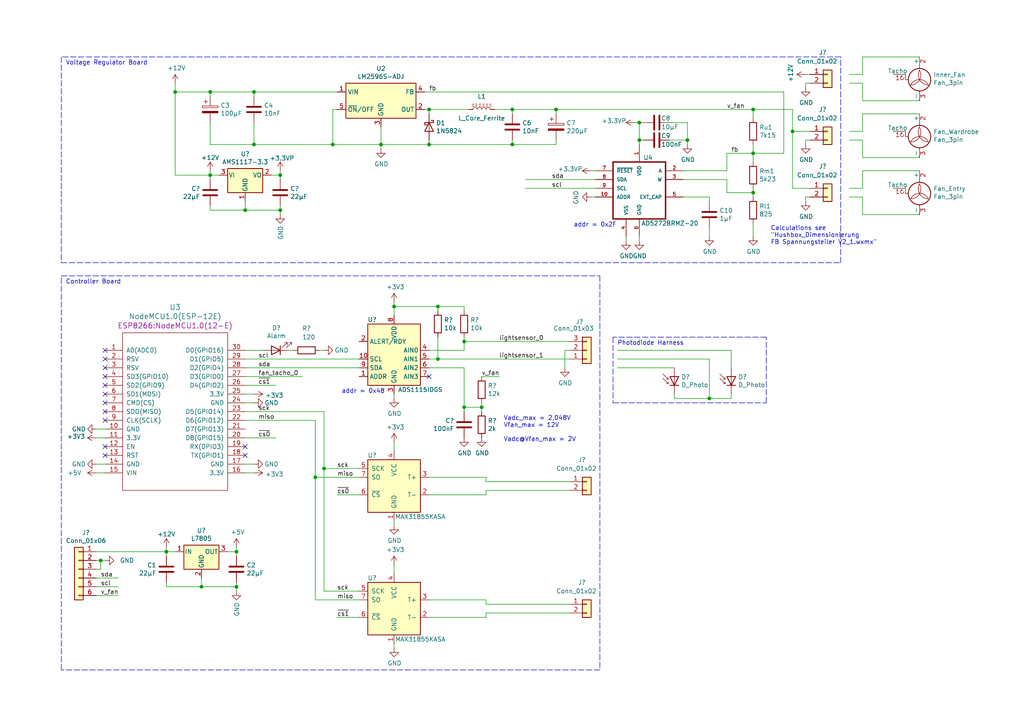
<source format=kicad_sch>
(kicad_sch (version 20211123) (generator eeschema)
  (paper "A4")
  (title_block (title "Temperatursensor für Hushbox") (rev "rev 0") (company "Gras7 Labs"))
  (lib_symbols
    (symbol "AD5272BRMZ-20:AD5272BRMZ-20" (pin_names (offset 1.016))
      (property "Reference" "U" (at -6.35 8.89 0))
      (property "Value" "AD5272BRMZ-20_AD5272BRMZ-20" (at 2.54 -11.43 0))
      (symbol "AD5272BRMZ-20_0_0"
        (polyline (pts (xy -6.35 -8.89) (xy 8.89 -8.89)) (stroke (width 0.4064)))
        (polyline (pts (xy -6.35 7.62) (xy -6.35 -8.89)) (stroke (width 0.4064)))
        (polyline (pts (xy 8.89 -8.89) (xy 8.89 7.62)) (stroke (width 0.4064)))
        (polyline (pts (xy 8.89 7.62) (xy -6.35 7.62)) (stroke (width 0.4064)))
        (pin power_in line (at 1.27 12.7 270) (length 5.08) (name "VDD") (number "1"))
        (pin input line (at -11.43 -2.54 0) (length 5.08) (name "ADDR") (number "10"))
        (pin passive line (at 13.97 5.08 180) (length 5.08) (name "A") (number "2"))
        (pin passive line (at 13.97 2.54 180) (length 5.08) (name "W") (number "3"))
        (pin power_in line (at -2.54 -13.97 90) (length 5.08) (name "VSS") (number "4"))
        (pin input line (at 13.97 -2.54 180) (length 5.08) (name "EXT_CAP") (number "5"))
        (pin passive line (at 1.27 -13.97 90) (length 5.08) (name "GND") (number "6"))
        (pin passive line (at -11.43 5.08 0) (length 5.08) (name "~{RESET}") (number "7"))
        (pin bidirectional line (at -11.43 2.54 0) (length 5.08) (name "SDA") (number "8"))
        (pin input line (at -11.43 0 0) (length 5.08) (name "SCL") (number "9"))
      )
    )
    (symbol "Analog_ADC:ADS1115IDGS"
      (property "Reference" "U" (at 2.54 13.97 0))
      (property "Value" "ADS1115IDGS" (at 7.62 11.43 0))
      (symbol "ADS1115IDGS_0_1"
        (rectangle (start -7.62 10.16) (end 7.62 -7.62) (stroke (width 0.254)) (fill (type background)))
      )
      (symbol "ADS1115IDGS_1_1"
        (pin input line (at 10.16 -5.08 180) (length 2.54) (name "ADDR") (number "1"))
        (pin input line (at 10.16 0 180) (length 2.54) (name "SCL") (number "10"))
        (pin output line (at 10.16 5.08 180) (length 2.54) (name "ALERT/RDY") (number "2"))
        (pin power_in line (at 0 -10.16 90) (length 2.54) (name "GND") (number "3"))
        (pin input line (at -10.16 2.54 0) (length 2.54) (name "AIN0") (number "4"))
        (pin input line (at -10.16 0 0) (length 2.54) (name "AIN1") (number "5"))
        (pin input line (at -10.16 -2.54 0) (length 2.54) (name "AIN2") (number "6"))
        (pin input line (at -10.16 -5.08 0) (length 2.54) (name "AIN3") (number "7"))
        (pin power_in line (at 0 12.7 270) (length 2.54) (name "VDD") (number "8"))
        (pin bidirectional line (at 10.16 -2.54 180) (length 2.54) (name "SDA") (number "9"))
      )
    )
    (symbol "Connector_Generic:Conn_01x02" (pin_names (offset 1.016) hide)
      (property "Reference" "J" (at 0 2.54 0))
      (property "Value" "Conn_01x02" (at 0 -5.08 0))
      (symbol "Conn_01x02_1_1"
        (rectangle (start -1.27 -2.413) (end 0 -2.667) (stroke (width 0.1524)))
        (rectangle (start -1.27 0.127) (end 0 -0.127) (stroke (width 0.1524)))
        (rectangle (start -1.27 1.27) (end 1.27 -3.81) (stroke (width 0.254)) (fill (type background)))
        (pin passive line (at -5.08 0 0) (length 3.81) (name "Pin_1") (number "1"))
        (pin passive line (at -5.08 -2.54 0) (length 3.81) (name "Pin_2") (number "2"))
      )
    )
    (symbol "Connector_Generic:Conn_01x03" (pin_names (offset 1.016) hide)
      (property "Reference" "J" (at 0 5.08 0))
      (property "Value" "Conn_01x03" (at 0 -5.08 0))
      (symbol "Conn_01x03_1_1"
        (rectangle (start -1.27 -2.413) (end 0 -2.667) (stroke (width 0.1524)))
        (rectangle (start -1.27 0.127) (end 0 -0.127) (stroke (width 0.1524)))
        (rectangle (start -1.27 2.667) (end 0 2.413) (stroke (width 0.1524)))
        (rectangle (start -1.27 3.81) (end 1.27 -3.81) (stroke (width 0.254)) (fill (type background)))
        (pin passive line (at -5.08 2.54 0) (length 3.81) (name "Pin_1") (number "1"))
        (pin passive line (at -5.08 0 0) (length 3.81) (name "Pin_2") (number "2"))
        (pin passive line (at -5.08 -2.54 0) (length 3.81) (name "Pin_3") (number "3"))
      )
    )
    (symbol "Connector_Generic:Conn_01x06" (pin_names (offset 1.016) hide)
      (property "Reference" "J" (at 0 7.62 0))
      (property "Value" "Conn_01x06" (at 0 -10.16 0))
      (symbol "Conn_01x06_1_1"
        (rectangle (start -1.27 -7.493) (end 0 -7.747) (stroke (width 0.1524)))
        (rectangle (start -1.27 -4.953) (end 0 -5.207) (stroke (width 0.1524)))
        (rectangle (start -1.27 -2.413) (end 0 -2.667) (stroke (width 0.1524)))
        (rectangle (start -1.27 0.127) (end 0 -0.127) (stroke (width 0.1524)))
        (rectangle (start -1.27 2.667) (end 0 2.413) (stroke (width 0.1524)))
        (rectangle (start -1.27 5.207) (end 0 4.953) (stroke (width 0.1524)))
        (rectangle (start -1.27 6.35) (end 1.27 -8.89) (stroke (width 0.254)) (fill (type background)))
        (pin passive line (at -5.08 5.08 0) (length 3.81) (name "Pin_1") (number "1"))
        (pin passive line (at -5.08 2.54 0) (length 3.81) (name "Pin_2") (number "2"))
        (pin passive line (at -5.08 0 0) (length 3.81) (name "Pin_3") (number "3"))
        (pin passive line (at -5.08 -2.54 0) (length 3.81) (name "Pin_4") (number "4"))
        (pin passive line (at -5.08 -5.08 0) (length 3.81) (name "Pin_5") (number "5"))
        (pin passive line (at -5.08 -7.62 0) (length 3.81) (name "Pin_6") (number "6"))
      )
    )
    (symbol "Device:C" (pin_numbers hide) (pin_names (offset 0.254))
      (property "Reference" "C" (at 0.635 2.54 0))
      (property "Value" "C" (at 0.635 -2.54 0))
      (symbol "C_0_1"
        (polyline (pts (xy -2.032 -0.762) (xy 2.032 -0.762)) (stroke (width 0.508)))
        (polyline (pts (xy -2.032 0.762) (xy 2.032 0.762)) (stroke (width 0.508)))
      )
      (symbol "C_1_1"
        (pin passive line (at 0 3.81 270) (length 2.794) (name "~") (number "1"))
        (pin passive line (at 0 -3.81 90) (length 2.794) (name "~") (number "2"))
      )
    )
    (symbol "Device:CP" (pin_numbers hide) (pin_names (offset 0.254))
      (property "Reference" "C" (at 0.635 2.54 0))
      (property "Value" "Device_CP" (at 0.635 -2.54 0))
      (symbol "CP_0_1"
        (rectangle (start -2.286 0.508) (end 2.286 1.016))
        (polyline (pts (xy -1.778 2.286) (xy -0.762 2.286)))
        (polyline (pts (xy -1.27 2.794) (xy -1.27 1.778)))
        (rectangle (start 2.286 -0.508) (end -2.286 -1.016) (fill (type outline)))
      )
      (symbol "CP_1_1"
        (pin passive line (at 0 3.81 270) (length 2.794) (name "~") (number "1"))
        (pin passive line (at 0 -3.81 90) (length 2.794) (name "~") (number "2"))
      )
    )
    (symbol "Device:D_Photo" (pin_numbers hide) (pin_names hide)
      (property "Reference" "D" (at 0.508 1.778 0))
      (property "Value" "D_Photo" (at -1.016 -2.794 0))
      (symbol "D_Photo_0_1"
        (polyline (pts (xy -2.54 1.27) (xy -2.54 -1.27)) (stroke (width 0.254)))
        (polyline (pts (xy -2.032 1.778) (xy -1.524 1.778)))
        (polyline (pts (xy 0 0) (xy -2.54 0)))
        (polyline (pts (xy -0.508 3.302) (xy -2.032 1.778) (xy -2.032 2.286)))
        (polyline (pts (xy 0 -1.27) (xy 0 1.27) (xy -2.54 0) (xy 0 -1.27)) (stroke (width 0.254)))
        (polyline (pts (xy 0.762 3.302) (xy -0.762 1.778) (xy -0.762 2.286) (xy -0.762 1.778) (xy -0.254 1.778)))
      )
      (symbol "D_Photo_1_1"
        (pin passive line (at -5.08 0 0) (length 2.54) (name "K") (number "1"))
        (pin passive line (at 2.54 0 180) (length 2.54) (name "A") (number "2"))
      )
    )
    (symbol "Device:D_Schottky" (pin_numbers hide) (pin_names (offset 1.016) hide)
      (property "Reference" "D" (at 0 2.54 0))
      (property "Value" "D_Schottky" (at 0 -2.54 0))
      (symbol "D_Schottky_0_1"
        (polyline (pts (xy 1.27 0) (xy -1.27 0)))
        (polyline (pts (xy 1.27 1.27) (xy 1.27 -1.27) (xy -1.27 0) (xy 1.27 1.27)) (stroke (width 0.254)))
        (polyline (pts (xy -1.905 0.635) (xy -1.905 1.27) (xy -1.27 1.27) (xy -1.27 -1.27) (xy -0.635 -1.27) (xy -0.635 -0.635)) (stroke (width 0.254)))
      )
      (symbol "D_Schottky_1_1"
        (pin passive line (at -3.81 0 0) (length 2.54) (name "K") (number "1"))
        (pin passive line (at 3.81 0 180) (length 2.54) (name "A") (number "2"))
      )
    )
    (symbol "Device:LED" (pin_numbers hide) (pin_names (offset 1.016) hide)
      (property "Reference" "D" (at 0 2.54 0))
      (property "Value" "LED" (at 0 -2.54 0))
      (symbol "LED_0_1"
        (polyline (pts (xy -1.27 -1.27) (xy -1.27 1.27)) (stroke (width 0.254)))
        (polyline (pts (xy -1.27 0) (xy 1.27 0)))
        (polyline (pts (xy 1.27 -1.27) (xy 1.27 1.27) (xy -1.27 0) (xy 1.27 -1.27)) (stroke (width 0.254)))
        (polyline (pts (xy -3.048 -0.762) (xy -4.572 -2.286) (xy -3.81 -2.286) (xy -4.572 -2.286) (xy -4.572 -1.524)))
        (polyline (pts (xy -1.778 -0.762) (xy -3.302 -2.286) (xy -2.54 -2.286) (xy -3.302 -2.286) (xy -3.302 -1.524)))
      )
      (symbol "LED_1_1"
        (pin passive line (at -3.81 0 0) (length 2.54) (name "K") (number "1"))
        (pin passive line (at 3.81 0 180) (length 2.54) (name "A") (number "2"))
      )
    )
    (symbol "Device:L_Core_Ferrite" (pin_numbers hide) (pin_names (offset 1.016) hide)
      (property "Reference" "L" (at -1.27 0 90))
      (property "Value" "Device_L_Core_Ferrite" (at 2.794 0 90))
      (symbol "L_Core_Ferrite_0_1"
        (arc (start 0 -2.54) (mid 0.635 -1.905) (end 0 -1.27))
        (arc (start 0 -1.27) (mid 0.635 -0.635) (end 0 0))
        (polyline (pts (xy 1.016 -2.794) (xy 1.016 -2.286)))
        (polyline (pts (xy 1.016 -1.778) (xy 1.016 -1.27)))
        (polyline (pts (xy 1.016 -0.762) (xy 1.016 -0.254)))
        (polyline (pts (xy 1.016 0.254) (xy 1.016 0.762)))
        (polyline (pts (xy 1.016 1.27) (xy 1.016 1.778)))
        (polyline (pts (xy 1.016 2.286) (xy 1.016 2.794)))
        (polyline (pts (xy 1.524 -2.286) (xy 1.524 -2.794)))
        (polyline (pts (xy 1.524 -1.27) (xy 1.524 -1.778)))
        (polyline (pts (xy 1.524 -0.254) (xy 1.524 -0.762)))
        (polyline (pts (xy 1.524 0.762) (xy 1.524 0.254)))
        (polyline (pts (xy 1.524 1.778) (xy 1.524 1.27)))
        (polyline (pts (xy 1.524 2.794) (xy 1.524 2.286)))
        (arc (start 0 0) (mid 0.635 0.635) (end 0 1.27))
        (arc (start 0 1.27) (mid 0.635 1.905) (end 0 2.54))
      )
      (symbol "L_Core_Ferrite_1_1"
        (pin passive line (at 0 3.81 270) (length 1.27) (name "1") (number "1"))
        (pin passive line (at 0 -3.81 90) (length 1.27) (name "2") (number "2"))
      )
    )
    (symbol "Device:R" (pin_numbers hide) (pin_names (offset 0))
      (property "Reference" "R" (at 2.032 0 90))
      (property "Value" "R" (at 0 0 90))
      (symbol "R_0_1"
        (rectangle (start -1.016 -2.54) (end 1.016 2.54) (stroke (width 0.254)))
      )
      (symbol "R_1_1"
        (pin passive line (at 0 3.81 270) (length 1.27) (name "~") (number "1"))
        (pin passive line (at 0 -3.81 90) (length 1.27) (name "~") (number "2"))
      )
    )
    (symbol "ESP8266:NodeMCU1.0(ESP-12E)" (pin_names (offset 1.016))
      (property "Reference" "U" (at 0 21.59 0))
      (property "Value" "NodeMCU1.0(ESP-12E)" (at 0 -21.59 0))
      (symbol "NodeMCU1.0(ESP-12E)_0_1"
        (rectangle (start -15.24 -22.86) (end 15.24 22.86))
      )
      (symbol "NodeMCU1.0(ESP-12E)_1_1"
        (pin input line (at -20.32 17.78 0) (length 5.08) (name "A0(ADC0)") (number "1"))
        (pin input line (at -20.32 -5.08 0) (length 5.08) (name "GND") (number "10"))
        (pin input line (at -20.32 -7.62 0) (length 5.08) (name "3.3V") (number "11"))
        (pin input line (at -20.32 -10.16 0) (length 5.08) (name "EN") (number "12"))
        (pin input line (at -20.32 -12.7 0) (length 5.08) (name "RST") (number "13"))
        (pin input line (at -20.32 -15.24 0) (length 5.08) (name "GND") (number "14"))
        (pin input line (at -20.32 -17.78 0) (length 5.08) (name "VIN") (number "15"))
        (pin input line (at 20.32 -17.78 180) (length 5.08) (name "3.3V") (number "16"))
        (pin input line (at 20.32 -15.24 180) (length 5.08) (name "GND") (number "17"))
        (pin input line (at 20.32 -12.7 180) (length 5.08) (name "TX(GPIO1)") (number "18"))
        (pin input line (at 20.32 -10.16 180) (length 5.08) (name "RX(DPIO3)") (number "19"))
        (pin input line (at -20.32 15.24 0) (length 5.08) (name "RSV") (number "2"))
        (pin input line (at 20.32 -7.62 180) (length 5.08) (name "D8(GPIO15)") (number "20"))
        (pin input line (at 20.32 -5.08 180) (length 5.08) (name "D7(GPIO13)") (number "21"))
        (pin input line (at 20.32 -2.54 180) (length 5.08) (name "D6(GPIO12)") (number "22"))
        (pin input line (at 20.32 0 180) (length 5.08) (name "D5(GPIO14)") (number "23"))
        (pin input line (at 20.32 2.54 180) (length 5.08) (name "GND") (number "24"))
        (pin input line (at 20.32 5.08 180) (length 5.08) (name "3.3V") (number "25"))
        (pin input line (at 20.32 7.62 180) (length 5.08) (name "D4(GPIO2)") (number "26"))
        (pin input line (at 20.32 10.16 180) (length 5.08) (name "D3(GPIO0)") (number "27"))
        (pin input line (at 20.32 12.7 180) (length 5.08) (name "D2(GPIO4)") (number "28"))
        (pin input line (at 20.32 15.24 180) (length 5.08) (name "D1(GPIO5)") (number "29"))
        (pin input line (at -20.32 12.7 0) (length 5.08) (name "RSV") (number "3"))
        (pin input line (at 20.32 17.78 180) (length 5.08) (name "D0(GPIO16)") (number "30"))
        (pin input line (at -20.32 10.16 0) (length 5.08) (name "SD3(GPIO10)") (number "4"))
        (pin input line (at -20.32 7.62 0) (length 5.08) (name "SD2(GPIO9)") (number "5"))
        (pin input line (at -20.32 5.08 0) (length 5.08) (name "SD1(MOSI)") (number "6"))
        (pin input line (at -20.32 2.54 0) (length 5.08) (name "CMD(CS)") (number "7"))
        (pin input line (at -20.32 0 0) (length 5.08) (name "SDO(MISO)") (number "8"))
        (pin input line (at -20.32 -2.54 0) (length 5.08) (name "CLK(SCLK)") (number "9"))
      )
    )
    (symbol "Motor:Fan_3pin" (pin_names (offset 0))
      (property "Reference" "M" (at 2.54 2.54 0))
      (property "Value" "Fan_3pin" (at 2.54 -5.08 0))
      (symbol "Fan_3pin_0_0"
        (arc (start -5.588 -1.016) (mid -5.08 -1.524) (end -4.572 -1.016))
        (arc (start -5.08 -0.508) (mid -5.4392 -0.6568) (end -5.588 -1.016))
        (polyline (pts (xy -5.08 -0.508) (xy -5.334 -0.381)))
        (polyline (pts (xy -5.08 -0.508) (xy -5.207 -0.762)))
        (polyline (pts (xy -4.064 0) (xy -4.064 -1.524) (xy -3.302 -1.524)))
      )
      (symbol "Fan_3pin_0_1"
        (arc (start -2.54 -3.048) (mid 0.0028 -1.6279) (end 0 1.27))
        (circle (center 0 -1.524) (radius 3.2512) (stroke (width 0.254)))
        (polyline (pts (xy -4.064 0) (xy -5.08 0)))
        (polyline (pts (xy 0 -7.62) (xy 0 -7.112)))
        (polyline (pts (xy 0 -4.7752) (xy 0 -5.1816)))
        (polyline (pts (xy 0 1.7272) (xy 0 2.0828)))
        (polyline (pts (xy 0 2.032) (xy 0 2.54)))
        (arc (start 0 1.27) (mid 0.053 -1.619) (end 2.54 -3.048))
        (arc (start 2.54 -3.048) (mid 0 -1.4782) (end -2.54 -3.048))
      )
      (symbol "Fan_3pin_1_1"
        (pin passive line (at -7.62 0 0) (length 2.54) (name "Tacho") (number "1"))
        (pin passive line (at 0 5.08 270) (length 2.54) (name "+") (number "2"))
        (pin passive line (at 0 -7.62 90) (length 2.54) (name "-") (number "3"))
      )
    )
    (symbol "Regulator_Linear:AMS1117-3.3" (pin_names (offset 0.254))
      (property "Reference" "U" (at -3.81 3.175 0))
      (property "Value" "AMS1117-3.3" (at 0 3.175 0))
      (symbol "AMS1117-3.3_0_1"
        (rectangle (start -5.08 -5.08) (end 5.08 1.905) (stroke (width 0.254)) (fill (type background)))
      )
      (symbol "AMS1117-3.3_1_1"
        (pin power_in line (at 0 -7.62 90) (length 2.54) (name "GND") (number "1"))
        (pin power_out line (at 7.62 0 180) (length 2.54) (name "VO") (number "2"))
        (pin power_in line (at -7.62 0 0) (length 2.54) (name "VI") (number "3"))
      )
    )
    (symbol "Regulator_Linear:L7805" (pin_names (offset 0.254))
      (property "Reference" "U" (at -3.81 3.175 0))
      (property "Value" "L7805" (at 0 3.175 0))
      (symbol "L7805_0_1"
        (rectangle (start -5.08 1.905) (end 5.08 -5.08) (stroke (width 0.254)) (fill (type background)))
      )
      (symbol "L7805_1_1"
        (pin power_in line (at -7.62 0 0) (length 2.54) (name "IN") (number "1"))
        (pin power_in line (at 0 -7.62 90) (length 2.54) (name "GND") (number "2"))
        (pin power_out line (at 7.62 0 180) (length 2.54) (name "OUT") (number "3"))
      )
    )
    (symbol "Regulator_Switching:LM2596S-ADJ"
      (property "Reference" "U" (at -10.16 6.35 0))
      (property "Value" "LM2596S-ADJ" (at 0 6.35 0))
      (symbol "LM2596S-ADJ_0_1"
        (rectangle (start -10.16 5.08) (end 10.16 -5.08) (stroke (width 0.254)) (fill (type background)))
      )
      (symbol "LM2596S-ADJ_1_1"
        (pin power_in line (at -12.7 2.54 0) (length 2.54) (name "VIN") (number "1"))
        (pin output line (at 12.7 -2.54 180) (length 2.54) (name "OUT") (number "2"))
        (pin power_in line (at 0 -7.62 90) (length 2.54) (name "GND") (number "3"))
        (pin input line (at 12.7 2.54 180) (length 2.54) (name "FB") (number "4"))
        (pin input line (at -12.7 -2.54 0) (length 2.54) (name "~{ON}/OFF") (number "5"))
      )
    )
    (symbol "Sensor_Temperature:MAX31855KASA" (pin_names (offset 1.016))
      (property "Reference" "U" (at -7.62 8.89 0))
      (property "Value" "MAX31855KASA" (at 1.27 8.89 0))
      (symbol "MAX31855KASA_0_1"
        (rectangle (start -7.62 7.62) (end 7.62 -7.62) (stroke (width 0.254)) (fill (type background)))
      )
      (symbol "MAX31855KASA_1_1"
        (pin power_in line (at 0 -10.16 90) (length 2.54) (name "GND") (number "1"))
        (pin passive line (at -10.16 -2.54 0) (length 2.54) (name "T-") (number "2"))
        (pin passive line (at -10.16 2.54 0) (length 2.54) (name "T+") (number "3"))
        (pin power_in line (at 0 10.16 270) (length 2.54) (name "VCC") (number "4"))
        (pin input line (at 10.16 5.08 180) (length 2.54) (name "SCK") (number "5"))
        (pin input line (at 10.16 -2.54 180) (length 2.54) (name "~{CS}") (number "6"))
        (pin tri_state line (at 10.16 2.54 180) (length 2.54) (name "SO") (number "7"))
      )
    )
    (symbol "power:+12V" (power) (pin_names (offset 0))
      (property "Value" "+12V" (at 0 3.556 0))
      (symbol "+12V_0_1"
        (polyline (pts (xy -0.762 1.27) (xy 0 2.54)))
        (polyline (pts (xy 0 0) (xy 0 2.54)))
        (polyline (pts (xy 0 2.54) (xy 0.762 1.27)))
      )
      (symbol "+12V_1_1"
        (pin power_in line (at 0 0 90) (length 0) hide (name "+12V") (number "1"))
      )
    )
    (symbol "power:+3.3VP" (power) (pin_names (offset 0))
      (property "Value" "+3.3VP" (at 0 2.54 0))
      (symbol "+3.3VP_0_0"
        (pin power_in line (at 0 0 90) (length 0) hide (name "+3.3VP") (number "1"))
      )
      (symbol "+3.3VP_0_1"
        (polyline (pts (xy -0.762 1.27) (xy 0 2.54)))
        (polyline (pts (xy 0 0) (xy 0 2.54)))
        (polyline (pts (xy 0 2.54) (xy 0.762 1.27)))
      )
    )
    (symbol "power:+3V3" (power) (pin_names (offset 0))
      (property "Value" "+3V3" (at 0 3.556 0))
      (symbol "+3V3_0_1"
        (polyline (pts (xy -0.762 1.27) (xy 0 2.54)))
        (polyline (pts (xy 0 0) (xy 0 2.54)))
        (polyline (pts (xy 0 2.54) (xy 0.762 1.27)))
      )
      (symbol "+3V3_1_1"
        (pin power_in line (at 0 0 90) (length 0) hide (name "+3V3") (number "1"))
      )
    )
    (symbol "power:+5V" (power) (pin_names (offset 0))
      (property "Value" "+5V" (at 0 3.556 0))
      (symbol "+5V_0_1"
        (polyline (pts (xy -0.762 1.27) (xy 0 2.54)))
        (polyline (pts (xy 0 0) (xy 0 2.54)))
        (polyline (pts (xy 0 2.54) (xy 0.762 1.27)))
      )
      (symbol "+5V_1_1"
        (pin power_in line (at 0 0 90) (length 0) hide (name "+5V") (number "1"))
      )
    )
    (symbol "power:GND" (power) (pin_names (offset 0))
      (property "Value" "GND" (at 0 -3.81 0))
      (symbol "GND_0_1"
        (polyline (pts (xy 0 0) (xy 0 -1.27) (xy 1.27 -1.27) (xy 0 -2.54) (xy -1.27 -1.27) (xy 0 -1.27)))
      )
      (symbol "GND_1_1"
        (pin power_in line (at 0 0 270) (length 0) hide (name "GND") (number "1"))
      )
    )
  )
  (junction (at 29.21 162.56))
  (junction (at 127 104.14))
  (junction (at 68.58 160.02))
  (junction (at 124.46 41.91))
  (junction (at 199.39 40.64))
  (junction (at 127 88.9))
  (junction (at 91.44 138.43))
  (junction (at 73.66 26.67))
  (junction (at 110.49 41.91))
  (junction (at 50.8 26.67))
  (junction (at 60.96 50.8))
  (junction (at 68.58 170.18))
  (junction (at 134.62 118.11))
  (junction (at 81.28 50.8))
  (junction (at 48.26 160.02))
  (junction (at 114.3 88.9))
  (junction (at 71.12 60.96))
  (junction (at 139.7 118.11))
  (junction (at 134.62 99.06))
  (junction (at 73.66 41.91))
  (junction (at 60.96 26.67))
  (junction (at 161.29 31.75))
  (junction (at 93.98 135.89))
  (junction (at 81.28 60.96))
  (junction (at 185.42 40.64))
  (junction (at 148.59 41.91))
  (junction (at 185.42 35.56))
  (junction (at 148.59 31.75))
  (junction (at 124.46 31.75))
  (junction (at 58.42 170.18))
  (junction (at 96.52 41.91))
  (junction (at 229.87 38.1))
  (junction (at 218.44 44.45))
  (junction (at 218.44 31.75))
  (junction (at 218.44 55.88))
  (junction (at 205.74 115.57))
  (no_connect (at 30.48 106.68))
  (no_connect (at 30.48 119.38))
  (no_connect (at 30.48 104.14))
  (no_connect (at 71.12 129.54))
  (no_connect (at 124.46 109.22))
  (no_connect (at 30.48 132.08))
  (no_connect (at 30.48 129.54))
  (no_connect (at 71.12 132.08))
  (no_connect (at 30.48 114.3))
  (no_connect (at 30.48 101.6))
  (no_connect (at 30.48 109.22))
  (no_connect (at 30.48 116.84))
  (no_connect (at 30.48 111.76))
  (no_connect (at 30.48 121.92))
  (polyline (pts (xy 243.84 16.51) (xy 17.78 16.51)))
  (wire (pts (xy 29.21 165.1) (xy 27.94 165.1)))
  (polyline (pts (xy 177.8 116.84) (xy 222.25 116.84)))
  (wire (pts (xy 234.95 21.59) (xy 233.68 21.59)))
  (wire (pts (xy 140.97 142.24) (xy 165.1 142.24)))
  (wire (pts (xy 124.46 173.99) (xy 140.97 173.99)))
  (polyline (pts (xy 17.78 16.51) (xy 17.78 76.2)))
  (wire (pts (xy 50.8 26.67) (xy 60.96 26.67)))
  (wire (pts (xy 212.09 101.6) (xy 212.09 106.68)))
  (wire (pts (xy 181.61 69.85) (xy 181.61 68.58)))
  (wire (pts (xy 229.87 31.75) (xy 218.44 31.75)))
  (wire (pts (xy 250.19 40.64) (xy 246.38 40.64)))
  (wire (pts (xy 30.48 162.56) (xy 29.21 162.56)))
  (wire (pts (xy 134.62 118.11) (xy 134.62 119.38)))
  (wire (pts (xy 60.96 41.91) (xy 60.96 35.56)))
  (wire (pts (xy 250.19 45.72) (xy 250.19 40.64)))
  (wire (pts (xy 50.8 160.02) (xy 48.26 160.02)))
  (polyline (pts (xy 17.78 194.31) (xy 17.78 80.01)))
  (wire (pts (xy 186.69 35.56) (xy 185.42 35.56)))
  (wire (pts (xy 185.42 69.85) (xy 185.42 68.58)))
  (wire (pts (xy 205.74 115.57) (xy 212.09 115.57)))
  (wire (pts (xy 218.44 44.45) (xy 218.44 46.99)))
  (wire (pts (xy 179.07 106.68) (xy 195.58 106.68)))
  (wire (pts (xy 60.96 49.53) (xy 60.96 50.8)))
  (wire (pts (xy 218.44 31.75) (xy 218.44 34.29)))
  (wire (pts (xy 172.72 57.15) (xy 171.45 57.15)))
  (wire (pts (xy 250.19 33.02) (xy 266.7 33.02)))
  (wire (pts (xy 127 97.79) (xy 127 104.14)))
  (wire (pts (xy 68.58 160.02) (xy 68.58 161.29)))
  (wire (pts (xy 250.19 24.13) (xy 246.38 24.13)))
  (wire (pts (xy 140.97 139.7) (xy 165.1 139.7)))
  (wire (pts (xy 199.39 41.91) (xy 199.39 40.64)))
  (wire (pts (xy 185.42 35.56) (xy 184.15 35.56)))
  (wire (pts (xy 218.44 31.75) (xy 161.29 31.75)))
  (wire (pts (xy 60.96 50.8) (xy 60.96 52.07)))
  (wire (pts (xy 91.44 138.43) (xy 91.44 173.99)))
  (wire (pts (xy 198.12 49.53) (xy 210.82 49.53)))
  (wire (pts (xy 71.12 119.38) (xy 93.98 119.38)))
  (wire (pts (xy 60.96 60.96) (xy 60.96 59.69)))
  (wire (pts (xy 233.68 40.64) (xy 233.68 41.91)))
  (wire (pts (xy 123.19 31.75) (xy 124.46 31.75)))
  (wire (pts (xy 234.95 24.13) (xy 233.68 24.13)))
  (wire (pts (xy 58.42 170.18) (xy 48.26 170.18)))
  (wire (pts (xy 134.62 88.9) (xy 134.62 90.17)))
  (polyline (pts (xy 17.78 76.2) (xy 243.84 76.2)))
  (wire (pts (xy 210.82 44.45) (xy 218.44 44.45)))
  (wire (pts (xy 250.19 16.51) (xy 266.7 16.51)))
  (wire (pts (xy 148.59 41.91) (xy 124.46 41.91)))
  (wire (pts (xy 73.66 41.91) (xy 60.96 41.91)))
  (wire (pts (xy 212.09 115.57) (xy 212.09 114.3)))
  (wire (pts (xy 134.62 118.11) (xy 134.62 106.68)))
  (wire (pts (xy 229.87 38.1) (xy 229.87 54.61)))
  (wire (pts (xy 161.29 31.75) (xy 161.29 33.02)))
  (wire (pts (xy 161.29 40.64) (xy 161.29 41.91)))
  (wire (pts (xy 114.3 128.27) (xy 114.3 130.81)))
  (wire (pts (xy 114.3 152.4) (xy 114.3 151.13)))
  (wire (pts (xy 198.12 57.15) (xy 205.74 57.15)))
  (wire (pts (xy 148.59 31.75) (xy 161.29 31.75)))
  (wire (pts (xy 73.66 27.94) (xy 73.66 26.67)))
  (wire (pts (xy 114.3 115.57) (xy 114.3 114.3)))
  (wire (pts (xy 134.62 101.6) (xy 134.62 99.06)))
  (wire (pts (xy 91.44 173.99) (xy 104.14 173.99)))
  (wire (pts (xy 93.98 135.89) (xy 93.98 171.45)))
  (wire (pts (xy 218.44 41.91) (xy 218.44 44.45)))
  (wire (pts (xy 68.58 170.18) (xy 68.58 168.91)))
  (wire (pts (xy 194.31 35.56) (xy 199.39 35.56)))
  (wire (pts (xy 27.94 137.16) (xy 30.48 137.16)))
  (wire (pts (xy 27.94 167.64) (xy 34.29 167.64)))
  (wire (pts (xy 134.62 99.06) (xy 165.1 99.06)))
  (wire (pts (xy 266.7 62.23) (xy 250.19 62.23)))
  (wire (pts (xy 127 90.17) (xy 127 88.9)))
  (wire (pts (xy 250.19 21.59) (xy 250.19 16.51)))
  (wire (pts (xy 127 104.14) (xy 124.46 104.14)))
  (wire (pts (xy 165.1 104.14) (xy 127 104.14)))
  (wire (pts (xy 266.7 29.21) (xy 250.19 29.21)))
  (wire (pts (xy 124.46 138.43) (xy 140.97 138.43)))
  (wire (pts (xy 123.19 26.67) (xy 227.33 26.67)))
  (wire (pts (xy 71.12 60.96) (xy 81.28 60.96)))
  (wire (pts (xy 71.12 58.42) (xy 71.12 60.96)))
  (wire (pts (xy 80.01 127) (xy 71.12 127)))
  (wire (pts (xy 205.74 66.04) (xy 205.74 68.58)))
  (wire (pts (xy 186.69 40.64) (xy 185.42 40.64)))
  (wire (pts (xy 27.94 162.56) (xy 29.21 162.56)))
  (wire (pts (xy 110.49 41.91) (xy 96.52 41.91)))
  (polyline (pts (xy 243.84 76.2) (xy 243.84 16.51)))
  (polyline (pts (xy 222.25 97.79) (xy 177.8 97.79)))
  (wire (pts (xy 134.62 97.79) (xy 134.62 99.06)))
  (wire (pts (xy 73.66 35.56) (xy 73.66 41.91)))
  (wire (pts (xy 29.21 162.56) (xy 29.21 165.1)))
  (wire (pts (xy 114.3 87.63) (xy 114.3 88.9)))
  (wire (pts (xy 78.74 50.8) (xy 81.28 50.8)))
  (wire (pts (xy 139.7 109.22) (xy 144.78 109.22)))
  (wire (pts (xy 140.97 175.26) (xy 165.1 175.26)))
  (polyline (pts (xy 222.25 116.84) (xy 222.25 97.79)))
  (wire (pts (xy 81.28 49.53) (xy 81.28 50.8)))
  (wire (pts (xy 66.04 160.02) (xy 68.58 160.02)))
  (wire (pts (xy 218.44 54.61) (xy 218.44 55.88)))
  (wire (pts (xy 246.38 38.1) (xy 250.19 38.1)))
  (wire (pts (xy 97.79 179.07) (xy 104.14 179.07)))
  (wire (pts (xy 81.28 60.96) (xy 81.28 62.23)))
  (wire (pts (xy 250.19 49.53) (xy 266.7 49.53)))
  (polyline (pts (xy 173.99 80.01) (xy 173.99 194.31)))
  (wire (pts (xy 27.94 172.72) (xy 34.29 172.72)))
  (wire (pts (xy 60.96 26.67) (xy 73.66 26.67)))
  (wire (pts (xy 218.44 64.77) (xy 218.44 68.58)))
  (wire (pts (xy 185.42 40.64) (xy 185.42 41.91)))
  (wire (pts (xy 148.59 31.75) (xy 148.59 33.02)))
  (wire (pts (xy 68.58 170.18) (xy 68.58 171.45)))
  (wire (pts (xy 250.19 57.15) (xy 246.38 57.15)))
  (wire (pts (xy 80.01 111.76) (xy 71.12 111.76)))
  (wire (pts (xy 71.12 106.68) (xy 104.14 106.68)))
  (wire (pts (xy 218.44 44.45) (xy 227.33 44.45)))
  (wire (pts (xy 58.42 167.64) (xy 58.42 170.18)))
  (wire (pts (xy 148.59 40.64) (xy 148.59 41.91)))
  (wire (pts (xy 199.39 40.64) (xy 194.31 40.64)))
  (polyline (pts (xy 173.99 194.31) (xy 17.78 194.31)))
  (wire (pts (xy 91.44 138.43) (xy 104.14 138.43)))
  (wire (pts (xy 124.46 101.6) (xy 134.62 101.6)))
  (wire (pts (xy 110.49 41.91) (xy 124.46 41.91)))
  (wire (pts (xy 27.94 124.46) (xy 30.48 124.46)))
  (wire (pts (xy 48.26 170.18) (xy 48.26 168.91)))
  (wire (pts (xy 140.97 177.8) (xy 140.97 179.07)))
  (wire (pts (xy 139.7 118.11) (xy 139.7 119.38)))
  (wire (pts (xy 27.94 160.02) (xy 48.26 160.02)))
  (wire (pts (xy 140.97 173.99) (xy 140.97 175.26)))
  (wire (pts (xy 185.42 35.56) (xy 185.42 40.64)))
  (wire (pts (xy 81.28 50.8) (xy 81.28 52.07)))
  (wire (pts (xy 250.19 62.23) (xy 250.19 57.15)))
  (wire (pts (xy 140.97 138.43) (xy 140.97 139.7)))
  (wire (pts (xy 68.58 158.75) (xy 68.58 160.02)))
  (wire (pts (xy 140.97 142.24) (xy 140.97 143.51)))
  (wire (pts (xy 233.68 57.15) (xy 234.95 57.15)))
  (wire (pts (xy 143.51 31.75) (xy 148.59 31.75)))
  (wire (pts (xy 110.49 43.18) (xy 110.49 41.91)))
  (wire (pts (xy 71.12 104.14) (xy 104.14 104.14)))
  (wire (pts (xy 171.45 49.53) (xy 172.72 49.53)))
  (wire (pts (xy 124.46 31.75) (xy 135.89 31.75)))
  (wire (pts (xy 27.94 134.62) (xy 30.48 134.62)))
  (wire (pts (xy 179.07 104.14) (xy 205.74 104.14)))
  (wire (pts (xy 83.82 101.6) (xy 85.09 101.6)))
  (wire (pts (xy 205.74 57.15) (xy 205.74 58.42)))
  (wire (pts (xy 250.19 38.1) (xy 250.19 33.02)))
  (wire (pts (xy 163.83 101.6) (xy 163.83 106.68)))
  (wire (pts (xy 165.1 101.6) (xy 163.83 101.6)))
  (wire (pts (xy 27.94 127) (xy 30.48 127)))
  (wire (pts (xy 73.66 137.16) (xy 71.12 137.16)))
  (wire (pts (xy 233.68 24.13) (xy 233.68 25.4)))
  (wire (pts (xy 205.74 104.14) (xy 205.74 115.57)))
  (wire (pts (xy 97.79 31.75) (xy 96.52 31.75)))
  (wire (pts (xy 92.71 101.6) (xy 93.98 101.6)))
  (wire (pts (xy 234.95 38.1) (xy 229.87 38.1)))
  (wire (pts (xy 152.4 54.61) (xy 172.72 54.61)))
  (wire (pts (xy 234.95 40.64) (xy 233.68 40.64)))
  (wire (pts (xy 73.66 116.84) (xy 71.12 116.84)))
  (wire (pts (xy 210.82 52.07) (xy 198.12 52.07)))
  (wire (pts (xy 50.8 50.8) (xy 50.8 26.67)))
  (wire (pts (xy 161.29 41.91) (xy 148.59 41.91)))
  (wire (pts (xy 134.62 106.68) (xy 124.46 106.68)))
  (wire (pts (xy 50.8 50.8) (xy 60.96 50.8)))
  (wire (pts (xy 179.07 101.6) (xy 212.09 101.6)))
  (wire (pts (xy 114.3 88.9) (xy 127 88.9)))
  (wire (pts (xy 227.33 26.67) (xy 227.33 44.45)))
  (wire (pts (xy 233.68 58.42) (xy 233.68 57.15)))
  (wire (pts (xy 229.87 31.75) (xy 229.87 38.1)))
  (wire (pts (xy 140.97 179.07) (xy 124.46 179.07)))
  (wire (pts (xy 250.19 29.21) (xy 250.19 24.13)))
  (wire (pts (xy 71.12 121.92) (xy 91.44 121.92)))
  (wire (pts (xy 218.44 55.88) (xy 210.82 55.88)))
  (wire (pts (xy 97.79 143.51) (xy 104.14 143.51)))
  (wire (pts (xy 60.96 27.94) (xy 60.96 26.67)))
  (wire (pts (xy 124.46 33.02) (xy 124.46 31.75)))
  (wire (pts (xy 229.87 54.61) (xy 234.95 54.61)))
  (wire (pts (xy 114.3 163.83) (xy 114.3 166.37)))
  (wire (pts (xy 58.42 170.18) (xy 68.58 170.18)))
  (wire (pts (xy 114.3 91.44) (xy 114.3 88.9)))
  (polyline (pts (xy 177.8 97.79) (xy 177.8 116.84)))
  (wire (pts (xy 246.38 21.59) (xy 250.19 21.59)))
  (wire (pts (xy 71.12 60.96) (xy 60.96 60.96)))
  (wire (pts (xy 93.98 119.38) (xy 93.98 135.89)))
  (wire (pts (xy 114.3 187.96) (xy 114.3 186.69)))
  (wire (pts (xy 195.58 114.3) (xy 195.58 115.57)))
  (wire (pts (xy 71.12 109.22) (xy 87.63 109.22)))
  (wire (pts (xy 50.8 24.13) (xy 50.8 26.67)))
  (wire (pts (xy 27.94 170.18) (xy 34.29 170.18)))
  (wire (pts (xy 71.12 114.3) (xy 73.66 114.3)))
  (polyline (pts (xy 17.78 80.01) (xy 173.99 80.01)))
  (wire (pts (xy 124.46 40.64) (xy 124.46 41.91)))
  (wire (pts (xy 63.5 50.8) (xy 60.96 50.8)))
  (wire (pts (xy 73.66 134.62) (xy 71.12 134.62)))
  (wire (pts (xy 73.66 26.67) (xy 97.79 26.67)))
  (wire (pts (xy 96.52 41.91) (xy 73.66 41.91)))
  (wire (pts (xy 139.7 118.11) (xy 134.62 118.11)))
  (wire (pts (xy 165.1 177.8) (xy 140.97 177.8)))
  (wire (pts (xy 199.39 35.56) (xy 199.39 40.64)))
  (wire (pts (xy 246.38 54.61) (xy 250.19 54.61)))
  (wire (pts (xy 93.98 135.89) (xy 104.14 135.89)))
  (wire (pts (xy 139.7 116.84) (xy 139.7 118.11)))
  (wire (pts (xy 140.97 143.51) (xy 124.46 143.51)))
  (wire (pts (xy 127 88.9) (xy 134.62 88.9)))
  (wire (pts (xy 81.28 60.96) (xy 81.28 59.69)))
  (wire (pts (xy 250.19 54.61) (xy 250.19 49.53)))
  (wire (pts (xy 96.52 31.75) (xy 96.52 41.91)))
  (wire (pts (xy 48.26 160.02) (xy 48.26 161.29)))
  (wire (pts (xy 210.82 49.53) (xy 210.82 44.45)))
  (wire (pts (xy 91.44 121.92) (xy 91.44 138.43)))
  (wire (pts (xy 48.26 158.75) (xy 48.26 160.02)))
  (wire (pts (xy 210.82 55.88) (xy 210.82 52.07)))
  (wire (pts (xy 195.58 115.57) (xy 205.74 115.57)))
  (wire (pts (xy 172.72 52.07) (xy 152.4 52.07)))
  (wire (pts (xy 71.12 101.6) (xy 76.2 101.6)))
  (wire (pts (xy 110.49 41.91) (xy 110.49 36.83)))
  (wire (pts (xy 266.7 45.72) (xy 250.19 45.72)))
  (wire (pts (xy 93.98 171.45) (xy 104.14 171.45)))
  (wire (pts (xy 218.44 55.88) (xy 218.44 57.15)))
  (text "addr = 0x48" (at 99.06 114.3 0) (effects (font (size 1.27 1.27)) (justify left bottom)))
  (text "Vadc_max = 2,048V\nVfan_max = 12V\n\nVadc@Vfan_max = 2V" (at 146.05 128.27 0) (effects (font (size 1.27 1.27)) (justify left bottom)))
  (text "addr = 0x2F" (at 166.37 66.04 0) (effects (font (size 1.27 1.27)) (justify left bottom)))
  (text "Photodiode Harness" (at 179.07 100.33 0) (effects (font (size 1.27 1.27)) (justify left bottom)))
  (text "Voltage Regulator Board" (at 19.05 19.05 0) (effects (font (size 1.27 1.27)) (justify left bottom)))
  (text "Controller Board" (at 19.05 82.55 0) (effects (font (size 1.27 1.27)) (justify left bottom)))
  (text "Calculations see\n\"Hushbox_Dimensionierung\nFB Spannungsteiler V2_1.wxmx\"" (at 223.52 71.12 0) (effects (font (size 1.27 1.27)) (justify left bottom)))
  (label "lightsensor_1" (at 144.78 104.14 0))
  (label "sck" (at 97.79 171.45 0))
  (label "~{cs0}" (at 97.79 143.51 0))
  (label "miso" (at 74.93 121.92 0))
  (label "sck" (at 74.93 119.38 0))
  (label "scl" (at 160.02 54.61 0))
  (label "sda" (at 74.93 106.68 0))
  (label "miso" (at 97.79 173.99 0))
  (label "sda" (at 29.21 167.64 0))
  (label "~{cs1}" (at 74.93 111.76 0))
  (label "sck" (at 97.79 135.89 0))
  (label "fan_tacho_0" (at 74.93 109.22 0))
  (label "fb" (at 124.46 26.67 0))
  (label "sda" (at 160.02 52.07 0))
  (label "~{cs0}" (at 74.93 127 0))
  (label "miso" (at 97.79 138.43 0))
  (label "lightsensor_0" (at 144.78 99.06 0))
  (label "scl" (at 29.21 170.18 0))
  (label "fb" (at 212.09 44.45 0))
  (label "v_fan" (at 29.21 172.72 0))
  (label "~{cs1}" (at 97.79 179.07 0))
  (label "scl" (at 74.93 104.14 0))
  (label "v_fan" (at 210.82 31.75 0))
  (label "v_fan" (at 139.7 109.22 0))
  (symbol (lib_id "AD5272BRMZ-20:AD5272BRMZ-20") (at 184.15 54.61 0) (unit 1)
    (property "Reference" "U4" (at 187.96 45.72 0))
    (property "Value" "AD5272BRMZ-20" (at 194.31 64.77 0))
    (property "Footprint" "Package_SO:MSOP-10_3x3mm_P0.5mm" (effects hide))
    (property "Datasheet" "Analog Devices" (effects hide))
    (property "Field4" "None" (effects hide))
    (property "Field5" "Digital Potentiometer 1024POS 20kOhm Single 10-Pin MSOP" (effects hide))
    (property "Field6" "AD5272BRMZ-20" (effects hide))
    (property "Field7" "Unavailable" (effects hide))
    (property "Field8" "TFSOP-10 Analog Devices" (effects hide))
  )
  (symbol (lib_id "Device:C") (at 205.74 62.23 0) (unit 1)
    (property "Reference" "C10" (at 208.661 61.0616 0) (effects (justify left)))
    (property "Value" "1µF" (at 208.661 63.373 0) (effects (justify left)))
  )
  (symbol (lib_id "power:GND") (at 205.74 68.58 0) (unit 1)
    (property "Reference" "#PWR0101" (effects hide))
    (property "Value" "GND" (at 205.867 72.9742 0))
  )
  (symbol (lib_id "power:GND") (at 185.42 69.85 0) (unit 1)
    (property "Reference" "#PWR0102" (effects hide))
    (property "Value" "GND" (at 185.547 74.2442 0))
  )
  (symbol (lib_id "power:GND") (at 181.61 69.85 0) (unit 1)
    (property "Reference" "#PWR0103" (effects hide))
    (property "Value" "GND" (at 181.737 74.2442 0))
  )
  (symbol (lib_id "Device:C") (at 190.5 40.64 90) (mirror x) (unit 1)
    (property "Reference" "C9" (at 191.77 39.37 90) (effects (justify right)))
    (property "Value" "100nF" (at 191.77 41.91 90) (effects (justify right)))
  )
  (symbol (lib_id "Device:C") (at 190.5 35.56 90) (mirror x) (unit 1)
    (property "Reference" "C8" (at 191.77 34.29 90) (effects (justify right)))
    (property "Value" "10µF" (at 191.77 36.83 90) (effects (justify right)))
  )
  (symbol (lib_id "Regulator_Switching:LM2596S-ADJ") (at 110.49 29.21 0) (unit 1)
    (property "Reference" "U2" (at 110.49 19.8882 0))
    (property "Value" "LM2596S-ADJ" (at 110.49 22.1996 0))
    (property "Footprint" "Package_TO_SOT_SMD:TO-263-5_TabPin3" (effects hide))
    (property "Datasheet" "http://www.ti.com/lit/ds/symlink/lm2596.pdf" (effects hide))
  )
  (symbol (lib_id "power:GND") (at 110.49 43.18 0) (unit 1)
    (property "Reference" "#PWR0113" (effects hide))
    (property "Value" "GND" (at 110.617 47.5742 0))
  )
  (symbol (lib_id "Device:C") (at 73.66 31.75 180) (unit 1)
    (property "Reference" "C4" (at 76.5556 30.5816 0) (effects (justify right)))
    (property "Value" "10nF" (at 76.5556 32.893 0) (effects (justify right)))
  )
  (symbol (lib_id "Device:CP") (at 60.96 31.75 0) (unit 1)
    (property "Reference" "C3" (at 63.9572 30.5816 0) (effects (justify left)))
    (property "Value" "100µF" (at 63.9572 32.893 0) (effects (justify left)))
  )
  (symbol (lib_id "Device:L_Core_Ferrite") (at 139.7 31.75 90) (unit 1)
    (property "Reference" "L1" (at 139.7 27.94 90))
    (property "Value" "L_Core_Ferrite" (at 139.7 34.29 90))
  )
  (symbol (lib_id "Device:D_Schottky") (at 124.46 36.83 270) (unit 1)
    (property "Reference" "D1" (at 126.4666 35.6616 90) (effects (justify left)))
    (property "Value" "1N5824" (at 126.4666 37.973 90) (effects (justify left)))
  )
  (symbol (lib_id "Device:C") (at 148.59 36.83 180) (unit 1)
    (property "Reference" "C6" (at 151.4856 35.6616 0) (effects (justify right)))
    (property "Value" "10nF" (at 151.4856 37.973 0) (effects (justify right)))
  )
  (symbol (lib_id "Device:CP") (at 161.29 36.83 0) (unit 1)
    (property "Reference" "C7" (at 164.2872 35.6616 0) (effects (justify left)))
    (property "Value" "220µF" (at 164.2872 37.973 0) (effects (justify left)))
  )
  (symbol (lib_id "Device:R") (at 218.44 50.8 0) (unit 1)
    (property "Reference" "Rm1" (at 220.218 49.6316 0) (effects (justify left)))
    (property "Value" "5k23" (at 220.218 51.943 0) (effects (justify left)))
  )
  (symbol (lib_id "Device:R") (at 218.44 60.96 0) (unit 1)
    (property "Reference" "Rl1" (at 220.218 59.7916 0) (effects (justify left)))
    (property "Value" "825" (at 220.218 62.103 0) (effects (justify left)))
  )
  (symbol (lib_id "power:GND") (at 218.44 68.58 0) (unit 1)
    (property "Reference" "#PWR0115" (effects hide))
    (property "Value" "GND" (at 218.567 72.9742 0))
  )
  (symbol (lib_id "power:GND") (at 171.45 57.15 270) (unit 1)
    (property "Reference" "#PWR0117" (effects hide))
    (property "Value" "GND" (at 167.0558 57.277 0))
  )
  (symbol (lib_id "Device:C") (at 68.58 165.1 180) (unit 1)
    (property "Reference" "C2" (at 71.4756 163.9316 0) (effects (justify right)))
    (property "Value" "22µF" (at 71.4756 166.243 0) (effects (justify right)))
  )
  (symbol (lib_id "Device:C") (at 48.26 165.1 0) (mirror x) (unit 1)
    (property "Reference" "C1" (at 45.3644 163.9316 0) (effects (justify right)))
    (property "Value" "22µF" (at 45.3644 166.243 0) (effects (justify right)))
  )
  (symbol (lib_id "power:GND") (at 68.58 171.45 0) (unit 1)
    (property "Reference" "#PWR0118" (effects hide))
    (property "Value" "GND" (at 68.707 174.7012 90) (effects (justify right)))
  )
  (symbol (lib_id "power:+5V") (at 68.58 158.75 0) (unit 1)
    (property "Reference" "#PWR0119" (effects hide))
    (property "Value" "+5V" (at 68.961 154.3558 0))
  )
  (symbol (lib_id "ESP8266:NodeMCU1.0(ESP-12E)") (at 50.8 119.38 0) (unit 1)
    (property "Reference" "U3" (at 50.8 89.0778 0) (effects (font (size 1.524 1.524))))
    (property "Value" "NodeMCU1.0(ESP-12E)" (at 50.8 91.7702 0) (effects (font (size 1.524 1.524))))
    (property "Footprint" "ESP8266:NodeMCU1.0(12-E)" (at 50.8 94.4626 0) (effects (font (size 1.524 1.524))))
  )
  (symbol (lib_id "Device:R") (at 218.44 38.1 0) (unit 1)
    (property "Reference" "Ru1" (at 220.218 36.9316 0) (effects (justify left)))
    (property "Value" "7k15" (at 220.218 39.243 0) (effects (justify left)))
  )
  (symbol (lib_id "power:+12V") (at 50.8 24.13 0) (unit 1)
    (property "Reference" "#PWR0104" (effects hide))
    (property "Value" "+12V" (at 51.181 19.7358 0))
  )
  (symbol (lib_id "Analog_ADC:ADS1115IDGS") (at 114.3 104.14 0) (mirror y) (unit 1)
    (property "Reference" "U?" (at 107.95 92.71 0))
    (property "Value" "ADS1115IDGS" (at 121.92 113.03 0))
    (property "Footprint" "Package_SO:TSSOP-10_3x3mm_P0.5mm" (effects hide))
    (property "Datasheet" "http://www.ti.com/lit/ds/symlink/ads1113.pdf" (effects hide))
  )
  (symbol (lib_id "Connector_Generic:Conn_01x03") (at 170.18 101.6 0) (mirror x) (unit 1)
    (property "Reference" "J?" (at 168.0972 93.345 0))
    (property "Value" "Conn_01x03" (at 166.37 95.25 0))
  )
  (symbol (lib_id "Device:R") (at 127 93.98 0) (unit 1)
    (property "Reference" "R?" (at 128.778 92.8116 0) (effects (justify left)))
    (property "Value" "10k" (at 128.778 95.123 0) (effects (justify left)))
  )
  (symbol (lib_id "Device:R") (at 134.62 93.98 0) (unit 1)
    (property "Reference" "R?" (at 136.398 92.8116 0) (effects (justify left)))
    (property "Value" "10k" (at 136.398 95.123 0) (effects (justify left)))
  )
  (symbol (lib_id "power:+3V3") (at 27.94 127 90) (unit 1)
    (property "Reference" "#PWR?" (effects hide))
    (property "Value" "+3V3" (at 24.6888 126.619 90) (effects (justify left)))
  )
  (symbol (lib_id "power:GND") (at 73.66 134.62 90) (unit 1)
    (property "Reference" "#PWR?" (effects hide))
    (property "Value" "GND" (at 78.74 134.62 90))
  )
  (symbol (lib_id "power:GND") (at 73.66 116.84 90) (unit 1)
    (property "Reference" "#PWR?" (effects hide))
    (property "Value" "GND" (at 78.74 116.84 90))
  )
  (symbol (lib_id "power:+3V3") (at 114.3 87.63 0) (unit 1)
    (property "Reference" "#PWR?" (effects hide))
    (property "Value" "+3V3" (at 114.681 83.2358 0))
  )
  (symbol (lib_id "power:GND") (at 27.94 124.46 270) (unit 1)
    (property "Reference" "#PWR?" (effects hide))
    (property "Value" "GND" (at 22.86 124.46 90))
  )
  (symbol (lib_id "power:GND") (at 163.83 106.68 0) (unit 1)
    (property "Reference" "#PWR?" (effects hide))
    (property "Value" "GND" (at 163.957 111.0742 0))
  )
  (symbol (lib_id "power:GND") (at 114.3 115.57 0) (unit 1)
    (property "Reference" "#PWR?" (effects hide))
    (property "Value" "GND" (at 114.427 119.9642 0))
  )
  (symbol (lib_id "power:GND") (at 27.94 134.62 270) (unit 1)
    (property "Reference" "#PWR?" (effects hide))
    (property "Value" "GND" (at 22.86 134.62 90))
  )
  (symbol (lib_id "Sensor_Temperature:MAX31855KASA") (at 114.3 140.97 0) (mirror y) (unit 1)
    (property "Reference" "U?" (at 107.95 132.08 0))
    (property "Value" "MAX31855KASA" (at 121.92 149.86 0))
    (property "Footprint" "Package_SO:SOIC-8_3.9x4.9mm_P1.27mm" (effects hide))
    (property "Datasheet" "http://datasheets.maximintegrated.com/en/ds/MAX31855.pdf" (effects hide))
  )
  (symbol (lib_id "Connector_Generic:Conn_01x02") (at 240.03 38.1 0) (unit 1)
    (property "Reference" "J?" (at 237.49 31.75 0) (effects (justify left)))
    (property "Value" "Conn_01x02" (at 231.14 34.29 0) (effects (justify left)))
  )
  (symbol (lib_id "Sensor_Temperature:MAX31855KASA") (at 114.3 176.53 0) (mirror y) (unit 1)
    (property "Reference" "U?" (at 107.95 167.64 0))
    (property "Value" "MAX31855KASA" (at 121.92 185.42 0))
    (property "Footprint" "Package_SO:SOIC-8_3.9x4.9mm_P1.27mm" (effects hide))
    (property "Datasheet" "http://datasheets.maximintegrated.com/en/ds/MAX31855.pdf" (effects hide))
  )
  (symbol (lib_id "power:GND") (at 233.68 41.91 0) (unit 1)
    (property "Reference" "#PWR?" (effects hide))
    (property "Value" "GND" (at 233.807 46.3042 0))
  )
  (symbol (lib_id "Connector_Generic:Conn_01x02") (at 170.18 139.7 0) (unit 1)
    (property "Reference" "J?" (at 167.64 133.35 0) (effects (justify left)))
    (property "Value" "Conn_01x02" (at 161.29 135.89 0) (effects (justify left)))
  )
  (symbol (lib_id "Connector_Generic:Conn_01x02") (at 170.18 175.26 0) (unit 1)
    (property "Reference" "J?" (at 167.64 168.91 0) (effects (justify left)))
    (property "Value" "Conn_01x02" (at 161.29 171.45 0) (effects (justify left)))
  )
  (symbol (lib_id "power:GND") (at 114.3 152.4 0) (unit 1)
    (property "Reference" "#PWR?" (effects hide))
    (property "Value" "GND" (at 114.427 156.7942 0))
  )
  (symbol (lib_id "power:GND") (at 114.3 187.96 0) (unit 1)
    (property "Reference" "#PWR?" (effects hide))
    (property "Value" "GND" (at 114.427 192.3542 0))
  )
  (symbol (lib_id "Motor:Fan_3pin") (at 266.7 38.1 0) (unit 1)
    (property "Reference" "Fan_Wardrobe" (at 270.7132 38.2016 0) (effects (justify left)))
    (property "Value" "Fan_3pin" (at 270.7132 40.513 0) (effects (justify left)))
    (property "Datasheet" "http://www.hardwarecanucks.com/forum/attachments/new-builds/16287d1330775095-help-chassis-power-fan-connectors-motherboard-asus_p8z68.jpg" (effects hide))
  )
  (symbol (lib_id "Motor:Fan_3pin") (at 266.7 54.61 0) (unit 1)
    (property "Reference" "Fan_Entry" (at 270.7132 54.7116 0) (effects (justify left)))
    (property "Value" "Fan_3pin" (at 270.7132 57.023 0) (effects (justify left)))
    (property "Datasheet" "http://www.hardwarecanucks.com/forum/attachments/new-builds/16287d1330775095-help-chassis-power-fan-connectors-motherboard-asus_p8z68.jpg" (effects hide))
  )
  (symbol (lib_id "Connector_Generic:Conn_01x02") (at 240.03 54.61 0) (unit 1)
    (property "Reference" "J?" (at 237.49 48.26 0) (effects (justify left)))
    (property "Value" "Conn_01x02" (at 231.14 50.8 0) (effects (justify left)))
  )
  (symbol (lib_id "power:+3V3") (at 114.3 128.27 0) (unit 1)
    (property "Reference" "#PWR?" (effects hide))
    (property "Value" "+3V3" (at 114.681 123.8758 0))
  )
  (symbol (lib_id "power:GND") (at 233.68 58.42 0) (unit 1)
    (property "Reference" "#PWR?" (effects hide))
    (property "Value" "GND" (at 233.807 62.8142 0))
  )
  (symbol (lib_id "power:+3V3") (at 114.3 163.83 0) (unit 1)
    (property "Reference" "#PWR?" (effects hide))
    (property "Value" "+3V3" (at 114.681 159.4358 0))
  )
  (symbol (lib_id "Regulator_Linear:L7805") (at 58.42 160.02 0) (unit 1)
    (property "Reference" "U?" (at 58.42 153.8732 0))
    (property "Value" "L7805" (at 58.42 156.1846 0))
    (property "Datasheet" "http://www.st.com/content/ccc/resource/technical/document/datasheet/41/4f/b3/b0/12/d4/47/88/CD00000444.pdf/files/CD00000444.pdf/jcr:content/translations/en.CD00000444.pdf" (effects hide))
  )
  (symbol (lib_id "power:+5V") (at 27.94 137.16 90) (unit 1)
    (property "Reference" "#PWR?" (effects hide))
    (property "Value" "+5V" (at 21.59 137.16 90))
  )
  (symbol (lib_id "power:+3V3") (at 73.66 114.3 270) (unit 1)
    (property "Reference" "#PWR?" (effects hide))
    (property "Value" "+3V3" (at 76.9112 114.681 90) (effects (justify left)))
  )
  (symbol (lib_id "Motor:Fan_3pin") (at 266.7 21.59 0) (unit 1)
    (property "Reference" "Inner_Fan" (at 270.7132 21.6916 0) (effects (justify left)))
    (property "Value" "Fan_3pin" (at 270.7132 24.003 0) (effects (justify left)))
    (property "Datasheet" "http://www.hardwarecanucks.com/forum/attachments/new-builds/16287d1330775095-help-chassis-power-fan-connectors-motherboard-asus_p8z68.jpg" (effects hide))
  )
  (symbol (lib_id "power:+3V3") (at 73.66 137.16 270) (unit 1)
    (property "Reference" "#PWR?" (effects hide))
    (property "Value" "+3V3" (at 76.9112 137.541 90) (effects (justify left)))
  )
  (symbol (lib_id "Connector_Generic:Conn_01x06") (at 22.86 165.1 0) (mirror y) (unit 1)
    (property "Reference" "J?" (at 24.9428 154.5082 0))
    (property "Value" "Conn_01x06" (at 24.9428 156.8196 0))
  )
  (symbol (lib_id "power:+12V") (at 48.26 158.75 0) (unit 1)
    (property "Reference" "#PWR?" (effects hide))
    (property "Value" "+12V" (at 48.26 154.94 0))
  )
  (symbol (lib_id "power:GND") (at 30.48 162.56 90) (unit 1)
    (property "Reference" "#PWR?" (effects hide))
    (property "Value" "GND" (at 36.83 162.56 90))
  )
  (symbol (lib_id "Connector_Generic:Conn_01x02") (at 240.03 21.59 0) (unit 1)
    (property "Reference" "J?" (at 237.49 15.24 0) (effects (justify left)))
    (property "Value" "Conn_01x02" (at 231.14 17.78 0) (effects (justify left)))
  )
  (symbol (lib_id "Device:R") (at 139.7 113.03 0) (unit 1)
    (property "Reference" "R?" (at 141.478 111.8616 0) (effects (justify left)))
    (property "Value" "12k" (at 141.478 114.173 0) (effects (justify left)))
  )
  (symbol (lib_id "Device:R") (at 139.7 123.19 0) (unit 1)
    (property "Reference" "R?" (at 141.478 122.0216 0) (effects (justify left)))
    (property "Value" "2k" (at 141.478 124.333 0) (effects (justify left)))
  )
  (symbol (lib_id "power:GND") (at 233.68 25.4 0) (unit 1)
    (property "Reference" "#PWR?" (effects hide))
    (property "Value" "GND" (at 233.807 29.7942 0))
  )
  (symbol (lib_id "power:GND") (at 139.7 127 0) (unit 1)
    (property "Reference" "#PWR?" (effects hide))
    (property "Value" "GND" (at 139.827 131.3942 0))
  )
  (symbol (lib_id "Device:C") (at 134.62 123.19 0) (mirror x) (unit 1)
    (property "Reference" "C?" (at 131.7244 122.0216 0) (effects (justify right)))
    (property "Value" "100nF" (at 131.7244 124.333 0) (effects (justify right)))
  )
  (symbol (lib_id "power:GND") (at 134.62 127 0) (unit 1)
    (property "Reference" "#PWR?" (effects hide))
    (property "Value" "GND" (at 134.747 131.3942 0))
  )
  (symbol (lib_id "power:+12V") (at 233.68 21.59 90) (unit 1)
    (property "Reference" "#PWR?" (effects hide))
    (property "Value" "+12V" (at 229.2858 21.209 0))
  )
  (symbol (lib_id "Regulator_Linear:AMS1117-3.3") (at 71.12 50.8 0) (unit 1)
    (property "Reference" "U?" (at 71.12 44.6532 0))
    (property "Value" "AMS1117-3.3" (at 71.12 46.9646 0))
    (property "Footprint" "Package_TO_SOT_SMD:SOT-223-3_TabPin2" (effects hide))
    (property "Datasheet" "http://www.advanced-monolithic.com/pdf/ds1117.pdf" (effects hide))
  )
  (symbol (lib_id "Device:C") (at 81.28 55.88 180) (unit 1)
    (property "Reference" "C?" (at 84.1756 54.7116 0) (effects (justify right)))
    (property "Value" "22µF" (at 84.1756 57.023 0) (effects (justify right)))
  )
  (symbol (lib_id "Device:C") (at 60.96 55.88 0) (mirror x) (unit 1)
    (property "Reference" "C?" (at 58.0644 54.7116 0) (effects (justify right)))
    (property "Value" "22µF" (at 58.0644 57.023 0) (effects (justify right)))
  )
  (symbol (lib_id "power:GND") (at 81.28 62.23 0) (unit 1)
    (property "Reference" "#PWR?" (effects hide))
    (property "Value" "GND" (at 81.407 65.4812 90) (effects (justify right)))
  )
  (symbol (lib_id "power:+12V") (at 60.96 49.53 0) (unit 1)
    (property "Reference" "#PWR?" (effects hide))
    (property "Value" "+12V" (at 60.96 45.72 0))
  )
  (symbol (lib_id "power:+3.3VP") (at 81.28 49.53 0) (unit 1)
    (property "Reference" "#PWR?" (effects hide))
    (property "Value" "+3.3VP" (at 81.788 45.8978 0))
  )
  (symbol (lib_id "power:+3.3VP") (at 184.15 35.56 90) (unit 1)
    (property "Reference" "#PWR?" (effects hide))
    (property "Value" "+3.3VP" (at 181.6608 35.052 90) (effects (justify left)))
  )
  (symbol (lib_id "power:+3.3VP") (at 171.45 49.53 90) (unit 1)
    (property "Reference" "#PWR?" (effects hide))
    (property "Value" "+3.3VP" (at 168.9608 49.022 90) (effects (justify left)))
  )
  (symbol (lib_id "power:GND") (at 199.39 41.91 0) (unit 1)
    (property "Reference" "#PWR?" (effects hide))
    (property "Value" "GND" (at 199.517 46.3042 0))
  )
  (symbol (lib_id "Device:LED") (at 80.01 101.6 180) (unit 1)
    (property "Reference" "D?" (at 80.1878 95.123 0))
    (property "Value" "Alarm" (at 80.1878 97.4344 0))
  )
  (symbol (lib_id "power:GND") (at 93.98 101.6 90) (unit 1)
    (property "Reference" "#PWR?" (effects hide))
    (property "Value" "GND" (at 99.06 101.6 90))
  )
  (symbol (lib_id "Device:R") (at 88.9 101.6 270) (unit 1)
    (property "Reference" "R?" (at 87.63 95.25 90) (effects (justify left)))
    (property "Value" "120" (at 87.63 97.79 90) (effects (justify left)))
  )
  (symbol (lib_id "Device:D_Photo") (at 195.58 109.22 90) (unit 1)
    (property "Reference" "D?" (at 197.5612 109.3216 90) (effects (justify right)))
    (property "Value" "D_Photo" (at 197.5612 111.633 90) (effects (justify right)))
  )
  (symbol (lib_id "Device:D_Photo") (at 212.09 109.22 90) (unit 1)
    (property "Reference" "D?" (at 214.0712 109.3216 90) (effects (justify right)))
    (property "Value" "D_Photo" (at 214.0712 111.633 90) (effects (justify right)))
  )
)
</source>
